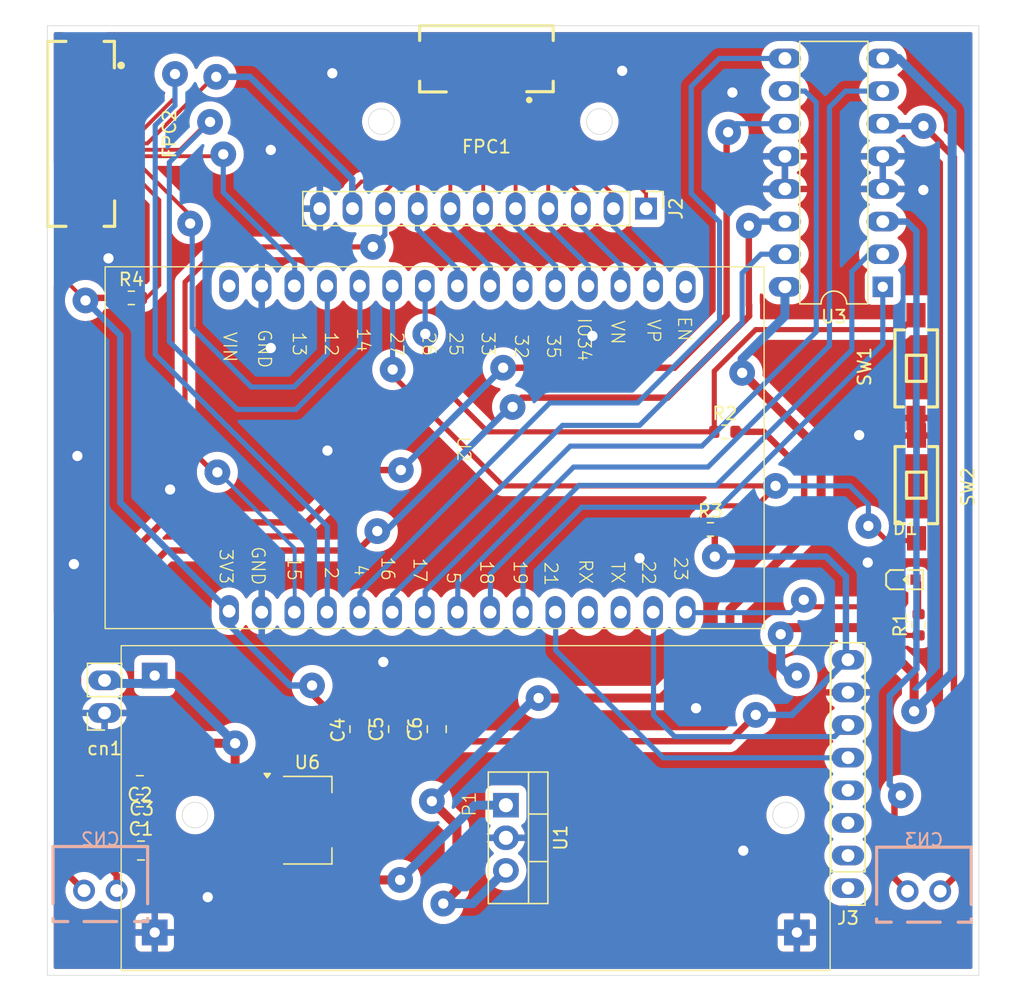
<source format=kicad_pcb>
(kicad_pcb (version 20240108) (generator "pcbnew") (generator_version "8.0")
  (layers (0 "F.Cu" signal) (31 "B.Cu" signal) (34 "B.Paste" user) (35 "F.Paste" user) (36 "B.SilkS" user "B.Silkscreen") (37 "F.SilkS" user "F.Silkscreen") (38 "B.Mask" user) (39 "F.Mask" user) (44 "Edge.Cuts" user))
  (net 0 "")
  (net 1 "GND")
  (net 2 "+7.5V")
  (net 3 "+3V3")
  (net 4 "Net-(D1-A)")
  (net 6 "/D6")
  (net 7 "/D5")
  (net 8 "/D1")
  (net 9 "/D3")
  (net 10 "/D2")
  (net 11 "/D8")
  (net 12 "/D4")
  (net 13 "/D7")
  (net 14 "/CLK")
  (net 17 "/RS")
  (net 18 "/LEDA")
  (net 20 "/MOSI")
  (net 22 "/CS")
  (net 24 "+12V")
  (net 29 "/SDA")
  (net 30 "/SCL")
  (net 31 "/BIN2")
  (net 32 "/PWMA")
  (net 33 "/AIN1")
  (net 34 "/AIN2")
  (net 35 "/BIN1")
  (net 36 "/PWMB")
  (net 37 "/LED")
  (net 38 "/SW1")
  (net 39 "/SW2")
  (net 40 "/EN")
  (net 41 "/TXD")
  (net 42 "/RXD")
  (net 44 "+5V")
  (net 45 "/MR1")
  (net 46 "/ML1")
  (net 47 "/ML2")
  (net 48 "/MR2")
  (footprint "Package_DIP:DIP-16_W7.62mm" (layer "F.Cu") (at 171.04 85.18 180)
    (property "Reference" "U3")
    (property "Value" "L293D")
  )
  (footprint "Resistor_SMD:R_0603_1608Metric" (layer "F.Cu") (at 157.62 104.07)
    (property "Reference" "R3")
    (property "Value" "10K")
  )
  (footprint "Resistor_SMD:R_0603_1608Metric" (layer "F.Cu") (at 158.745 96.47)
    (property "Reference" "R2")
    (property "Value" "10K")
  )
  (footprint "easyeda2kicad:SW-SMD_L6.0-W3.3-LS8.0" (layer "F.Cu") (at 173.67 100.76 -90)
    (property "Reference" "SW2")
    (property "Value" "SW_Push")
  )
  (footprint "Connector_PinHeader_2.54mm:PinHeader_1x11_P2.54mm_Vertical" (layer "F.Cu") (at 152.61 79.09 -90)
    (property "Reference" "J2")
    (property "Value" "Conn_01x11_Pin")
  )
  (footprint "Capacitor_SMD:C_0805_2012Metric" (layer "F.Cu") (at 133.3 119.62 90)
    (property "Reference" "C5")
    (property "Value" "100nF")
  )
  (footprint "Capacitor_SMD:C_0805_2012Metric" (layer "F.Cu") (at 113.19 126.4)
    (property "Reference" "C2")
    (property "Value" "33pF")
  )
  (footprint "Capacitor_SMD:C_0805_2012Metric" (layer "F.Cu") (at 136.31 119.62 90)
    (property "Reference" "C6")
    (property "Value" "33pF")
  )
  (footprint "easyeda2kicad:SW-SMD_L6.0-W3.3-LS8.0" (layer "F.Cu") (at 173.62 91.39 90)
    (property "Reference" "SW1")
    (property "Value" "SW_Push")
  )
  (footprint "Package_TO_SOT_THT:TO-220-3_Vertical" (layer "F.Cu") (at 141.695 125.54 -90)
    (property "Reference" "U1")
    (property "Value" "LM7805_TO220")
  )
  (footprint "Resistor_SMD:R_0603_1608Metric" (layer "F.Cu") (at 173.83 111.495 90)
    (property "Reference" "R1")
    (property "Value" "R")
  )
  (footprint "symbols_footprint:buck_boost converter" (layer "F.Cu") (at 139.35 125.45 90)
    (property "Reference" "P1")
    (property "Value" "~")
  )
  (footprint "easyeda2kicad:FPC-SMD_12P-P0.50_FPC-05F-12PH20" (layer "F.Cu") (at 140.18 68.985 180)
    (property "Reference" "FPC1")
    (property "Value" "FPC-05F-12PH20")
  )
  (footprint "Package_TO_SOT_SMD:SOT-223-3_TabPin2" (layer "F.Cu") (at 126.24 126.71)
    (property "Reference" "U6")
    (property "Value" "AMS1117-3.3")
  )
  (footprint "Capacitor_SMD:C_0805_2012Metric" (layer "F.Cu") (at 113.28 129.07)
    (property "Reference" "C1")
    (property "Value" "100nF")
  )
  (footprint "Connector_PinSocket_2.54mm:PinSocket_1x02_P2.54mm_Vertical" (layer "F.Cu") (at 110.445 118.36 180)
    (property "Reference" "cn1")
    (property "Value" "~")
  )
  (footprint "symbols_footprint:esp32 dev board" (layer "F.Cu") (at 137.92 97.81 -90)
    (property "Reference" "U2")
    (property "Value" "ESP32-WROOM-32E-N8R2")
  )
  (footprint "Capacitor_SMD:C_0805_2012Metric" (layer "F.Cu") (at 113.19 123.98)
    (property "Reference" "C3")
    (property "Value" "10uF")
  )
  (footprint "easyeda2kicad:LED0603-RD" (layer "F.Cu") (at 172.79 107.98)
    (property "Reference" "D1")
    (property "Value" "LED")
  )
  (footprint "Connector_PinHeader_2.54mm:PinHeader_1x08_P2.54mm_Vertical" (layer "F.Cu") (at 168.33 132 180)
    (property "Reference" "J3")
    (property "Value" "Conn_01x08_Pin")
  )
  (footprint "Capacitor_SMD:C_0805_2012Metric" (layer "F.Cu") (at 130.29 119.62 90)
    (property "Reference" "C4")
    (property "Value" "10uF")
  )
  (footprint "easyeda2kicad:FPC-SMD_20P-P0.50_XUNPU_FPC-05F-20PH20" (layer "F.Cu") (at 110.21 73.27 -90)
    (property "Reference" "FPC2")
    (property "Value" "FPC-05F-20PH20")
  )
  (footprint "Resistor_SMD:R_0603_1608Metric" (layer "F.Cu") (at 112.53 86.04)
    (property "Reference" "R4")
    (property "Value" "10R")
  )
  (footprint "easyeda2kicad:CONN-TH_B2B-XH-A-LF-SN" (layer "B.Cu") (at 110.12 132.19 180)
    (property "Reference" "CN2")
    (property "Value" "B2B-XH-A (LF)(SN)")
  )
  (footprint "easyeda2kicad:CONN-TH_B2B-XH-A-LF-SN" (layer "B.Cu") (at 174.24 132.24 180)
    (property "Reference" "CN3")
    (property "Value" "B2B-XH-A (LF)(SN)")
  )
  (gr_rect (start 111.74 113.12) (end 166.94 138.41) (stroke (width 0.1)) (fill none) (layer "F.SilkS"))
  (gr_rect (start 105.99 64.85) (end 178.52 138.79) (stroke (width 0.05)) (fill none) (layer "Edge.Cuts"))
  (gr_circle (center 163.47 126.31) (end 164.47 126.31) (stroke (width 0.05)) (fill none) (layer "Edge.Cuts"))
  (gr_circle (center 131.99 72.31) (end 132.99 72.31) (stroke (width 0.05)) (fill none) (layer "Edge.Cuts"))
  (gr_circle (center 148.97 72.31) (end 149.97 72.31) (stroke (width 0.05)) (fill none) (layer "Edge.Cuts"))
  (gr_circle (center 117.49 126.31) (end 118.49 126.31) (stroke (width 0.05)) (fill none) (layer "Edge.Cuts"))
  (segment (start 137.43 70.22) (end 136.54 70.22) (width 0.3) (layer "F.Cu") (net 1))
  (segment (start 111.5 76.52) (end 110.29 76.52) (width 0.3) (layer "F.Cu") (net 1))
  (segment (start 110.22 69.51) (end 110.2 69.49) (width 0.3) (layer "F.Cu") (net 1))
  (segment (start 110.27 73.02) (end 111.5 73.02) (width 0.3) (layer "F.Cu") (net 1))
  (segment (start 110.01 72.76) (end 110.27 73.02) (width 0.3) (layer "F.Cu") (net 1))
  (segment (start 111.52 72.52) (end 110.25 72.52) (width 0.3) (layer "F.Cu") (net 1))
  (segment (start 110.29 76.52) (end 110.26 76.49) (width 0.3) (layer "F.Cu") (net 1))
  (segment (start 112.01 77.51) (end 110.47 77.51) (width 0.3) (layer "F.Cu") (net 1))
  (segment (start 112.01 69.51) (end 110.22 69.51) (width 0.3) (layer "F.Cu") (net 1))
  (segment (start 110.47 77.51) (end 110.46 77.52) (width 0.3) (layer "F.Cu") (net 1))
  (segment (start 136.53 70.23) (end 136.54 70.22) (width 0.3) (layer "F.Cu") (net 1))
  (segment (start 110.26 76.1) (end 110.34 76.02) (width 0.3) (layer "F.Cu") (net 1))
  (segment (start 110.34 76.02) (end 111.5 76.02) (width 0.3) (layer "F.Cu") (net 1))
  (segment (start 114.23 126.49) (end 114.14 126.4) (width 0.4) (layer "F.Cu") (net 1))
  (segment (start 110.25 72.52) (end 110.01 72.76) (width 0.3) (layer "F.Cu") (net 1))
  (segment (start 114.23 129.07) (end 114.23 126.49) (width 0.4) (layer "F.Cu") (net 1))
  (segment (start 110.26 76.49) (end 110.26 76.1) (width 0.3) (layer "F.Cu") (net 1))
  (segment (start 110.2 69.49) (end 110.49 69.49) (width 0.3) (layer "F.Cu") (net 1))
  (segment (start 110.49 69.49) (end 110.52 69.52) (width 0.3) (layer "F.Cu") (net 1))
  (via (at 174.2 77.64) (size 2) (drill 0.8) (layers "F.Cu" "B.Cu") (net 1))
  (via (at 128.18 68.55) (size 2) (drill 0.8) (layers "F.Cu" "B.Cu") (net 1))
  (via (at 115.55 100.96) (size 2) (drill 0.8) (layers "F.Cu" "B.Cu") (net 1))
  (via (at 118.48 132.7) (size 2) (drill 0.8) (layers "F.Cu" "B.Cu") (net 1))
  (via (at 148.43 89) (size 2) (drill 0.8) (layers "F.Cu" "B.Cu") (net 1))
  (via (at 169.2 96.73) (size 2) (drill 0.8) (layers "F.Cu" "B.Cu") (net 1))
  (via (at 123.39 74.52) (size 2) (drill 0.8) (layers "F.Cu" "B.Cu") (net 1))
  (via (at 127.8 97.93) (size 2) (drill 0.8) (layers "F.Cu" "B.Cu") (net 1))
  (via (at 132.15 114.39) (size 2) (drill 0.8) (layers "F.Cu" "B.Cu") (net 1))
  (via (at 159.33 70.05) (size 2) (drill 0.8) (layers "F.Cu" "B.Cu") (net 1))
  (via (at 152.1 106.3) (size 2) (drill 0.8) (layers "F.Cu" "B.Cu") (net 1))
  (via (at 160.18 129.08) (size 2) (drill 0.8) (layers "F.Cu" "B.Cu") (net 1))
  (via (at 108.06 106.77) (size 2) (drill 0.8) (layers "F.Cu" "B.Cu") (net 1))
  (via (at 110.75 82.96) (size 2) (drill 0.8) (layers "F.Cu" "B.Cu") (net 1))
  (via (at 169.87 106.65) (size 2) (drill 0.8) (layers "F.Cu" "B.Cu") (net 1))
  (via (at 156.5 117.99) (size 2) (drill 0.8) (layers "F.Cu" "B.Cu") (net 1))
  (via (at 123.39 89.94) (size 2) (drill 0.8) (layers "F.Cu" "B.Cu") (net 1))
  (via (at 108.33 98.35) (size 2) (drill 0.8) (layers "F.Cu" "B.Cu") (net 1))
  (via (at 150.75 68.36) (size 2) (drill 0.8) (layers "F.Cu" "B.Cu") (net 1))
  (segment (start 120.61 120.72) (end 120.61 127.53) (width 0.7) (layer "F.Cu") (net 2))
  (segment (start 112.24 123.98) (end 112.24 123.13) (width 0.7) (layer "F.Cu") (net 2))
  (segment (start 122.09 129.01) (end 123.09 129.01) (width 0.7) (layer "F.Cu") (net 2))
  (segment (start 114.65 120.72) (end 120.61 120.72) (width 0.7) (layer "F.Cu") (net 2))
  (segment (start 112.24 123.13) (end 114.65 120.72) (width 0.7) (layer "F.Cu") (net 2))
  (segment (start 112.24 128.98) (end 112.33 129.07) (width 0.7) (layer "F.Cu") (net 2))
  (segment (start 123.09 129.01) (end 125.44 131.36) (width 0.7) (layer "F.Cu") (net 2))
  (segment (start 112.24 126.4) (end 112.24 128.98) (width 0.7) (layer "F.Cu") (net 2))
  (segment (start 125.44 131.36) (end 133.46 131.36) (width 0.7) (layer "F.Cu") (net 2))
  (segment (start 120.61 127.53) (end 122.09 129.01) (width 0.7) (layer "F.Cu") (net 2))
  (segment (start 112.24 123.98) (end 112.24 126.4) (width 0.7) (layer "F.Cu") (net 2))
  (via (at 120.61 120.72) (size 2) (drill 0.8) (layers "F.Cu" "B.Cu") (net 2))
  (via (at 133.46 131.36) (size 2) (drill 0.8) (layers "F.Cu" "B.Cu") (net 2))
  (segment (start 110.445 115.82) (end 110.565 115.7) (width 0.7) (layer "B.Cu") (net 2))
  (segment (start 110.685 116.06) (end 110.445 115.82) (width 0.7) (layer "B.Cu") (net 2))
  (segment (start 139.28 125.54) (end 141.695 125.54) (width 0.7) (layer "B.Cu") (net 2))
  (segment (start 115.95 116.06) (end 110.685 116.06) (width 0.7) (layer "B.Cu") (net 2))
  (segment (start 133.46 131.36) (end 139.28 125.54) (width 0.7) (layer "B.Cu") (net 2))
  (segment (start 120.61 120.72) (end 115.95 116.06) (width 0.7) (layer "B.Cu") (net 2))
  (segment (start 110.565 115.7) (end 111.195 115.7) (width 0.7) (layer "B.Cu") (net 2))
  (segment (start 164.92 101.92) (end 164.92 99.63) (width 0.5) (layer "F.Cu") (net 3))
  (segment (start 161.15 118.51) (end 159.1 120.56) (width 0.5) (layer "F.Cu") (net 3))
  (segment (start 152.61 77.91) (end 152.61 79.09) (width 0.3) (layer "F.Cu") (net 3))
  (segment (start 133.3 120.57) (end 136.31 120.57) (width 0.5) (layer "F.Cu") (net 3))
  (segment (start 137.93 70.22) (end 137.93 71.05) (width 0.3) (layer "F.Cu") (net 3))
  (segment (start 139.1 67.71) (end 141.33 67.71) (width 0.3) (layer "F.Cu") (net 3))
  (segment (start 129.75 77.69) (end 129.75 79.29) (width 0.3) (layer "F.Cu") (net 3))
  (segment (start 109.16 86.04) (end 111.855 86.04) (width 0.5) (layer "F.Cu") (net 3))
  (segment (start 130.27 125.83) (end 130.27 120.59) (width 0.7) (layer "F.Cu") (net 3))
  (segment (start 157.96 104.555) (end 158.445 104.07) (width 0.5) (layer "F.Cu") (net 3))
  (segment (start 142.43 71.05) (end 146.99 75.61) (width 0.3) (layer "F.Cu") (net 3))
  (segment (start 137.93 68.88) (end 139.1 67.71) (width 0.3) (layer "F.Cu") (net 3))
  (segment (start 129.39 126.71) (end 130.27 125.83) (width 0.7) (layer "F.Cu") (net 3))
  (segment (start 112.01 74.01) (end 109.31 74.01) (width 0.3) (layer "F.Cu") (net 3))
  (segment (start 150.31 75.61) (end 152.61 77.91) (width 0.3) (layer "F.Cu") (net 3))
  (segment (start 161.76 96.47) (end 159.57 96.47) (width 0.5) (layer "F.Cu") (net 3))
  (segment (start 132 76.98) (end 130.46 76.98) (width 0.3) (layer "F.Cu") (net 3))
  (segment (start 108.96 86.24) (end 109.16 86.04) (width 0.5) (layer "F.Cu") (net 3))
  (segment (start 118.96 68.83) (end 113.78 74.01) (width 0.3) (layer "F.Cu") (net 3))
  (segment (start 146.99 75.61) (end 150.31 75.61) (width 0.3) (layer "F.Cu") (net 3))
  (segment (start 107.18 76.14) (end 107.18 84.46) (width 0.3) (layer "F.Cu") (net 3))
  (segment (start 130.29 120.57) (end 133.3 120.57) (width 0.5) (layer "F.Cu") (net 3))
  (segment (start 113.78 74.01) (end 112.01 74.01) (width 0.3) (layer "F.Cu") (net 3))
  (segment (start 137.93 70.22) (end 137.93 68.88) (width 0.3) (layer "F.Cu") (net 3))
  (segment (start 137.93 71.05) (end 132 76.98) (width 0.3) (layer "F.Cu") (net 3))
  (segment (start 159.1 120.56) (end 143.355 120.56) (width 0.5) (layer "F.Cu") (net 3))
  (segment (start 126.6 116.88) (end 130.29 120.57) (width 0.5) (layer "F.Cu") (net 3))
  (segment (start 158.445 104.07) (end 162.77 104.07) (width 0.5) (layer "F.Cu") (net 3))
  (segment (start 143.355 120.56) (end 143.345 120.57) (width 0.5) (layer "F.Cu") (net 3))
  (segment (start 109.31 74.01) (end 107.18 76.14) (width 0.3) (layer "F.Cu") (net 3))
  (segment (start 143.345 120.57) (end 136.31 120.57) (width 0.5) (layer "F.Cu") (net 3))
  (segment (start 130.27 120.59) (end 130.29 120.57) (width 0.7) (layer "F.Cu") (net 3))
  (segment (start 141.33 67.71) (end 142.43 68.81) (width 0.3) (layer "F.Cu") (net 3))
  (segment (start 157.96 106.19) (end 157.96 104.555) (width 0.5) (layer "F.Cu") (net 3))
  (segment (start 119.14 68.83) (end 118.96 68.83) (width 0.3) (layer "F.Cu") (net 3))
  (segment (start 107.18 84.46) (end 108.96 86.24) (width 0.3) (layer "F.Cu") (net 3))
  (segment (start 142.43 68.81) (end 142.43 70.22) (width 0.3) (layer "F.Cu") (net 3))
  (segment (start 126.6 116.22) (end 126.6 116.88) (width 0.5) (layer "F.Cu") (net 3))
  (segment (start 162.77 104.07) (end 164.92 101.92) (width 0.5) (layer "F.Cu") (net 3))
  (segment (start 130.46 76.98) (end 129.75 77.69) (width 0.3) (layer "F.Cu") (net 3))
  (segment (start 164.92 99.63) (end 161.76 96.47) (width 0.5) (layer "F.Cu") (net 3))
  (segment (start 142.43 70.275) (end 142.43 71.05) (width 0.3) (layer "F.Cu") (net 3))
  (segment (start 123.09 126.71) (end 129.39 126.71) (width 0.7) (layer "F.Cu") (net 3))
  (via (at 157.96 106.19) (size 2) (drill 0.8) (layers "F.Cu" "B.Cu") (net 3))
  (via (at 119.14 68.83) (size 2) (drill 0.8) (layers "F.Cu" "B.Cu") (net 3))
  (via (at 108.96 86.24) (size 2) (drill 0.8) (layers "F.Cu" "B.Cu") (net 3))
  (via (at 126.6 116.22) (size 2) (drill 0.8) (layers "F.Cu" "B.Cu") (net 3))
  (via (at 161.15 118.51) (size 2) (drill 0.8) (layers "F.Cu" "B.Cu") (net 3))
  (segment (start 152.88 78.64) (end 152.59 78.93) (width 0.5) (layer "B.Cu") (net 3))
  (segment (start 126.6 116.22) (end 124.89 116.22) (width 0.5) (layer "B.Cu") (net 3))
  (segment (start 124.89 116.22) (end 120.17 111.5) (width 0.5) (layer "B.Cu") (net 3))
  (segment (start 111.67 88.95) (end 108.96 86.24) (width 0.5) (layer "B.Cu") (net 3))
  (segment (start 163.96 118.51) (end 168.17 114.3) (width 0.5) (layer "B.Cu") (net 3))
  (segment (start 121.76 68.83) (end 119.14 68.83) (width 0.5) (layer "B.Cu") (net 3))
  (segment (start 111.67 101.975) (end 111.67 88.95) (width 0.5) (layer "B.Cu") (net 3))
  (segment (start 166.63 106.18) (end 157.96 106.18) (width 0.5) (layer "B.Cu") (net 3))
  (segment (start 168.17 107.72) (end 166.63 106.18) (width 0.5) (layer "B.Cu") (net 3))
  (segment (start 161.15 118.51) (end 163.96 118.51) (width 0.5) (layer "B.Cu") (net 3))
  (segment (start 129.73 76.8) (end 121.76 68.83) (width 0.5) (layer "B.Cu") (net 3))
  (segment (start 120.17 111.5) (end 120.17 110.475) (width 0.5) (layer "B.Cu") (net 3))
  (segment (start 129.73 78.93) (end 129.73 76.8) (width 0.5) (layer "B.Cu") (net 3))
  (segment (start 168.17 114.3) (end 168.17 107.72) (width 0.5) (layer "B.Cu") (net 3))
  (segment (start 120.17 110.475) (end 111.67 101.975) (width 0.5) (layer "B.Cu") (net 3))
  (segment (start 157.96 106.18) (end 157.96 106.19) (width 0.5) (layer "B.Cu") (net 3))
  (segment (start 173.83 110.67) (end 173.83 108.22) (width 0.4) (layer "F.Cu") (net 4))
  (segment (start 173.83 108.22) (end 173.59 107.98) (width 0.4) (layer "F.Cu") (net 4))
  (segment (start 140.93 72.41) (end 144.99 76.47) (width 0.3) (layer "F.Cu") (net 6))
  (segment (start 144.99 76.47) (end 144.99 79.29) (width 0.3) (layer "F.Cu") (net 6))
  (segment (start 140.93 70.22) (end 140.93 72.41) (width 0.3) (layer "F.Cu") (net 6))
  (segment (start 144.97 80.43) (end 148.11 83.57) (width 0.4) (layer "B.Cu") (net 6))
  (segment (start 144.97 78.93) (end 144.97 80.43) (width 0.4) (layer "B.Cu") (net 6))
  (segment (start 148.11 83.57) (end 148.11 85.15) (width 0.4) (layer "B.Cu") (net 6))
  (segment (start 142.45 74.92) (end 142.45 79.29) (width 0.3) (layer "F.Cu") (net 7))
  (segment (start 140.43 70.22) (end 140.43 72.9) (width 0.3) (layer "F.Cu") (net 7))
  (segment (start 140.43 72.9) (end 142.45 74.92) (width 0.3) (layer "F.Cu") (net 7))
  (segment (start 142.43 80.43) (end 145.57 83.57) (width 0.4) (layer "B.Cu") (net 7))
  (segment (start 145.57 83.57) (end 145.57 85.15) (width 0.4) (layer "B.Cu") (net 7))
  (segment (start 142.43 78.93) (end 142.43 80.43) (width 0.4) (layer "B.Cu") (net 7))
  (segment (start 132.29 77.78) (end 132.29 79.29) (width 0.3) (layer "F.Cu") (net 8))
  (segment (start 138.43 71.64) (end 132.29 77.78) (width 0.3) (layer "F.Cu") (net 8))
  (segment (start 118.93 99.62) (end 116.71 97.4) (width 0.4) (layer "F.Cu") (net 8))
  (segment (start 125.43 110.55) (end 125.25 110.55) (width 0.3) (layer "F.Cu") (net 8))
  (segment (start 119.45 82.07) (end 131.34 82.07) (width 0.4) (layer "F.Cu") (net 8))
  (segment (start 138.43 70.22) (end 138.43 71.64) (width 0.3) (layer "F.Cu") (net 8))
  (segment (start 119.23 99.62) (end 118.93 99.62) (width 0.4) (layer "F.Cu") (net 8))
  (segment (start 116.71 84.81) (end 119.45 82.07) (width 0.4) (layer "F.Cu") (net 8))
  (segment (start 116.71 97.4) (end 116.71 84.81) (width 0.4) (layer "F.Cu") (net 8))
  (via (at 131.34 82.07) (size 2) (drill 0.8) (layers "F.Cu" "B.Cu") (net 8))
  (via (at 119.23 99.62) (size 2) (drill 0.8) (layers "F.Cu" "B.Cu") (net 8))
  (segment (start 132.27 81.14) (end 131.34 82.07) (width 0.4) (layer "B.Cu") (net 8))
  (segment (start 125.25 105.56) (end 125.25 110.55) (width 0.3) (layer "B.Cu") (net 8))
  (segment (start 119.23 99.62) (end 119.31 99.62) (width 0.3) (layer "B.Cu") (net 8))
  (segment (start 132.27 78.93) (end 132.27 81.14) (width 0.4) (layer "B.Cu") (net 8))
  (segment (start 119.31 99.62) (end 125.25 105.56) (width 0.3) (layer "B.Cu") (net 8))
  (segment (start 137.37 74.71) (end 137.37 79.29) (width 0.3) (layer "F.Cu") (net 9))
  (segment (start 139.43 70.22) (end 139.43 72.65) (width 0.3) (layer "F.Cu") (net 9))
  (segment (start 139.43 72.65) (end 137.37 74.71) (width 0.3) (layer "F.Cu") (net 9))
  (segment (start 137.35 78.93) (end 137.35 80.49) (width 0.4) (layer "B.Cu") (net 9))
  (segment (start 137.35 80.49) (end 140.49 83.63) (width 0.4) (layer "B.Cu") (net 9))
  (segment (start 140.49 83.63) (end 140.49 85.15) (width 0.4) (layer "B.Cu") (net 9))
  (segment (start 134.83 76.19) (end 134.83 79.29) (width 0.3) (layer "F.Cu") (net 10))
  (segment (start 138.93 70.22) (end 138.93 72.09) (width 0.3) (layer "F.Cu") (net 10))
  (segment (start 138.93 72.09) (end 134.83 76.19) (width 0.3) (layer "F.Cu") (net 10))
  (segment (start 134.81 80.69) (end 137.95 83.83) (width 0.4) (layer "B.Cu") (net 10))
  (segment (start 134.81 78.93) (end 134.81 80.69) (width 0.4) (layer "B.Cu") (net 10))
  (segment (start 137.95 83.83) (end 137.95 85.15) (width 0.4) (layer "B.Cu") (net 10))
  (segment (start 150.07 78.02) (end 150.07 79.29) (width 0.3) (layer "F.Cu") (net 11))
  (segment (start 148.45 76.4) (end 150.07 78.02) (width 0.3) (layer "F.Cu") (net 11))
  (segment (start 146.87 76.4) (end 148.45 76.4) (width 0.3) (layer "F.Cu") (net 11))
  (segment (start 141.93 70.22) (end 141.93 71.46) (width 0.3) (layer "F.Cu") (net 11))
  (segment (start 141.93 71.46) (end 146.87 76.4) (width 0.3) (layer "F.Cu") (net 11))
  (segment (start 150.05 78.93) (end 150.05 80.43) (width 0.4) (layer "B.Cu") (net 11))
  (segment (start 153.19 83.57) (end 153.19 85.15) (width 0.4) (layer "B.Cu") (net 11))
  (segment (start 150.05 80.43) (end 153.19 83.57) (width 0.4) (layer "B.Cu") (net 11))
  (segment (start 139.93 79.27) (end 139.91 79.29) (width 0.3) (layer "F.Cu") (net 12))
  (segment (start 139.93 70.22) (end 139.93 79.27) (width 0.3) (layer "F.Cu") (net 12))
  (segment (start 139.91 79.09) (end 139.91 80.46) (width 0.4) (layer "B.Cu") (net 12))
  (segment (start 139.91 80.46) (end 143.03 83.58) (width 0.4) (layer "B.Cu") (net 12))
  (segment (start 143.03 83.58) (end 143.03 85.15) (width 0.4) (layer "B.Cu") (net 12))
  (segment (start 147.53 77.97) (end 147.53 79.29) (width 0.3) (layer "F.Cu") (net 13))
  (segment (start 141.43 71.87) (end 147.53 77.97) (width 0.3) (layer "F.Cu") (net 13))
  (segment (start 141.43 70.22) (end 141.43 71.87) (width 0.3) (layer "F.Cu") (net 13))
  (segment (start 147.51 78.93) (end 147.51 80.37) (width 0.4) (layer "B.Cu") (net 13))
  (segment (start 150.65 83.51) (end 150.65 85.15) (width 0.4) (layer "B.Cu") (net 13))
  (segment (start 147.51 80.37) (end 150.65 83.51) (width 0.4) (layer "B.Cu") (net 13))
  (segment (start 118.49 72.34) (end 116.32 74.51) (width 0.3) (layer "F.Cu") (net 14))
  (segment (start 116.32 74.51) (end 112.01 74.51) (width 0.3) (layer "F.Cu") (net 14))
  (segment (start 118.66 72.34) (end 118.49 72.34) (width 0.3) (layer "F.Cu") (net 14))
  (via (at 118.66 72.34) (size 2) (drill 0.8) (layers "F.Cu" "B.Cu") (net 14))
  (segment (start 120.78 94.73) (end 125.34 94.73) (width 0.4) (layer "B.Cu") (net 14))
  (segment (start 115.49 75.49) (end 115.49 89.44) (width 0.4) (layer "B.Cu") (net 14))
  (segment (start 118.66 72.34) (end 118.64 72.34) (width 0.4) (layer "B.Cu") (net 14))
  (segment (start 125.34 94.73) (end 130.33 89.74) (width 0.4) (layer "B.Cu") (net 14))
  (segment (start 130.33 89.74) (end 130.33 85.15) (width 0.4) (layer "B.Cu") (net 14))
  (segment (start 115.49 89.44) (end 120.78 94.73) (width 0.4) (layer "B.Cu") (net 14))
  (segment (start 118.64 72.34) (end 115.49 75.49) (width 0.4) (layer "B.Cu") (net 14))
  (segment (start 117.11 79.61) (end 113.01 75.51) (width 0.3) (layer "F.Cu") (net 17))
  (segment (start 113.01 75.51) (end 111.97 75.51) (width 0.3) (layer "F.Cu") (net 17))
  (segment (start 117.11 80.25) (end 117.11 79.61) (width 0.3) (layer "F.Cu") (net 17))
  (via (at 117.11 80.25) (size 2) (drill 0.8) (layers "F.Cu" "B.Cu") (net 17))
  (segment (start 117.27 88.38) (end 121.87 92.98) (width 0.4) (layer "B.Cu") (net 17))
  (segment (start 121.87 92.98) (end 125.19 92.98) (width 0.4) (layer "B.Cu") (net 17))
  (segment (start 117.27 80.41) (end 117.27 88.38) (width 0.4) (layer "B.Cu") (net 17))
  (segment (start 117.11 80.25) (end 117.27 80.41) (width 0.4) (layer "B.Cu") (net 17))
  (segment (start 125.19 92.98) (end 127.79 90.38) (width 0.4) (layer "B.Cu") (net 17))
  (segment (start 127.79 90.38) (end 127.79 85.15) (width 0.4) (layer "B.Cu") (net 17))
  (segment (start 114.71 78.42) (end 113.3 77.01) (width 0.3) (layer "F.Cu") (net 18))
  (segment (start 113.505 86.04) (end 113.72 86.04) (width 0.3) (layer "F.Cu") (net 18))
  (segment (start 114.71 85.05) (end 114.71 78.42) (width 0.3) (layer "F.Cu") (net 18))
  (segment (start 113.72 86.04) (end 114.71 85.05) (width 0.3) (layer "F.Cu") (net 18))
  (segment (start 113.3 77.01) (end 112.01 77.01) (width 0.3) (layer "F.Cu") (net 18))
  (segment (start 119.69 74.86) (end 119.54 75.01) (width 0.3) (layer "F.Cu") (net 20))
  (segment (start 119.54 75.01) (end 112.01 75.01) (width 0.3) (layer "F.Cu") (net 20))
  (via (at 119.69 74.86) (size 2) (drill 0.8) (layers "F.Cu" "B.Cu") (net 20))
  (segment (start 125.25 83.38) (end 125.25 85.15) (width 0.4) (layer "B.Cu") (net 20))
  (segment (start 119.69 74.86) (end 119.69 77.82) (width 0.4) (layer "B.Cu") (net 20))
  (segment (start 119.69 77.82) (end 125.25 83.38) (width 0.4) (layer "B.Cu") (net 20))
  (segment (start 115.93 70.45) (end 112.87 73.51) (width 0.3) (layer "F.Cu") (net 22))
  (segment (start 112.87 73.51) (end 112.01 73.51) (width 0.3) (layer "F.Cu") (net 22))
  (segment (start 115.93 68.61) (end 115.93 70.45) (width 0.3) (layer "F.Cu") (net 22))
  (via (at 115.93 68.61) (size 2) (drill 0.8) (layers "F.Cu" "B.Cu") (net 22))
  (segment (start 115.93 71.06) (end 114.39 72.6) (width 0.4) (layer "B.Cu") (net 22))
  (segment (start 114.39 72.6) (end 114.39 90.44) (width 0.4) (layer "B.Cu") (net 22))
  (segment (start 115.93 68.61) (end 115.93 71.06) (width 0.4) (layer "B.Cu") (net 22))
  (segment (start 127.79 103.84) (end 127.79 110.55) (width 0.4) (layer "B.Cu") (net 22))
  (segment (start 114.39 90.44) (end 127.79 103.84) (width 0.4) (layer "B.Cu") (net 22))
  (segment (start 169.825 111.715) (end 173.48 115.37) (width 0.7) (layer "F.Cu") (net 24))
  (segment (start 173.48 115.37) (end 173.48 118.23) (width 0.7) (layer "F.Cu") (net 24))
  (segment (start 163.605 111.715) (end 169.825 111.715) (width 0.7) (layer "F.Cu") (net 24))
  (segment (start 163.09 112.23) (end 163.605 111.715) (width 0.7) (layer "F.Cu") (net 24))
  (via (at 163.09 112.23) (size 2) (drill 0.8) (layers "F.Cu" "B.Cu") (net 24))
  (via (at 173.48 118.23) (size 2) (drill 0.8) (layers "F.Cu" "B.Cu") (net 24))
  (segment (start 176.04 115.67) (end 176.04 115.64) (width 0.7) (layer "B.Cu") (net 24))
  (segment (start 176.44 115.24) (end 176.44 71.57) (width 0.7) (layer "B.Cu") (net 24))
  (segment (start 163.09 112.23) (end 163.09 114.77) (width 0.7) (layer "B.Cu") (net 24))
  (segment (start 173.48 118.23) (end 176.04 115.67) (width 0.7) (layer "B.Cu") (net 24))
  (segment (start 163.09 114.77) (end 164.39 116.07) (width 0.7) (layer "B.Cu") (net 24))
  (segment (start 176.04 115.64) (end 176.44 115.24) (width 0.7) (layer "B.Cu") (net 24))
  (segment (start 176.44 71.57) (end 172.27 67.4) (width 0.7) (layer "B.Cu") (net 24))
  (segment (start 172.27 67.4) (end 171.04 67.4) (width 0.7) (layer "B.Cu") (net 24))
  (segment (start 145.57 110.55) (end 145.57 113.48) (width 0.4) (layer "B.Cu") (net 29))
  (segment (start 145.57 113.48) (end 153.94 121.85) (width 0.4) (layer "B.Cu") (net 29))
  (segment (start 153.94 121.85) (end 168.17 121.85) (width 0.4) (layer "B.Cu") (net 29))
  (segment (start 153.19 110.55) (end 153.19 118.55) (width 0.4) (layer "B.Cu") (net 30))
  (segment (start 167.28 120.2) (end 168.17 119.31) (width 0.4) (layer "B.Cu") (net 30))
  (segment (start 154.84 120.2) (end 167.28 120.2) (width 0.4) (layer "B.Cu") (net 30))
  (segment (start 153.19 118.55) (end 154.84 120.2) (width 0.4) (layer "B.Cu") (net 30))
  (segment (start 152.1 95.97) (end 160.09 87.98) (width 0.4) (layer "B.Cu") (net 31))
  (segment (start 132.87 110.55) (end 132.87 109.2) (width 0.4) (layer "B.Cu") (net 31))
  (segment (start 146.1 95.97) (end 152.1 95.97) (width 0.4) (layer "B.Cu") (net 31))
  (segment (start 161.56 82.64) (end 163.42 82.64) (width 0.4) (layer "B.Cu") (net 31))
  (segment (start 160.09 87.98) (end 160.09 84.11) (width 0.4) (layer "B.Cu") (net 31))
  (segment (start 132.87 109.2) (end 146.1 95.97) (width 0.4) (layer "B.Cu") (net 31))
  (segment (start 160.09 84.11) (end 161.56 82.64) (width 0.4) (layer "B.Cu") (net 31))
  (segment (start 147.59 102.34) (end 158.35 102.34) (width 0.4) (layer "B.Cu") (net 32))
  (segment (start 143.03 110.55) (end 143.03 106.9) (width 0.4) (layer "B.Cu") (net 32))
  (segment (start 171.04 89.65) (end 171.04 85.18) (width 0.4) (layer "B.Cu") (net 32))
  (segment (start 158.35 102.34) (end 171.04 89.65) (width 0.4) (layer "B.Cu") (net 32))
  (segment (start 143.03 106.9) (end 147.59 102.34) (width 0.4) (layer "B.Cu") (net 32))
  (segment (start 166.89 71.19) (end 168.14 69.94) (width 0.4) (layer "B.Cu") (net 33))
  (segment (start 168.14 69.94) (end 171.04 69.94) (width 0.4) (layer "B.Cu") (net 33))
  (segment (start 146.97 99.21) (end 157.43 99.21) (width 0.4) (layer "B.Cu") (net 33))
  (segment (start 137.95 110.55) (end 137.95 108.23) (width 0.4) (layer "B.Cu") (net 33))
  (segment (start 157.43 99.21) (end 166.89 89.75) (width 0.4) (layer "B.Cu") (net 33))
  (segment (start 166.89 89.75) (end 166.89 71.19) (width 0.4) (layer "B.Cu") (net 33))
  (segment (start 137.95 108.23) (end 146.97 99.21) (width 0.4) (layer "B.Cu") (net 33))
  (segment (start 140.49 107.53) (end 147.38 100.64) (width 0.4) (layer "B.Cu") (net 34))
  (segment (start 147.38 100.64) (end 158.08 100.64) (width 0.4) (layer "B.Cu") (net 34))
  (segment (start 168.63 90.09) (end 168.63 83.99) (width 0.4) (layer "B.Cu") (net 34))
  (segment (start 169.98 82.64) (end 171.04 82.64) (width 0.4) (layer "B.Cu") (net 34))
  (segment (start 158.08 100.64) (end 168.63 90.09) (width 0.4) (layer "B.Cu") (net 34))
  (segment (start 168.63 83.99) (end 169.98 82.64) (width 0.4) (layer "B.Cu") (net 34))
  (segment (start 140.49 110.55) (end 140.49 107.53) (width 0.4) (layer "B.Cu") (net 34))
  (segment (start 146.71 97.58) (end 156.96 97.58) (width 0.4) (layer "B.Cu") (net 35))
  (segment (start 165.86 70.82) (end 164.98 69.94) (width 0.4) (layer "B.Cu") (net 35))
  (segment (start 156.96 97.58) (end 165.86 88.68) (width 0.4) (layer "B.Cu") (net 35))
  (segment (start 165.86 88.68) (end 165.86 70.82) (width 0.4) (layer "B.Cu") (net 35))
  (segment (start 164.98 69.94) (end 163.42 69.94) (width 0.4) (layer "B.Cu") (net 35))
  (segment (start 135.41 108.88) (end 146.71 97.58) (width 0.4) (layer "B.Cu") (net 35))
  (segment (start 135.41 110.55) (end 135.41 108.88) (width 0.4) (layer "B.Cu") (net 35))
  (segment (start 156.12 69.59) (end 158.31 67.4) (width 0.4) (layer "B.Cu") (net 36))
  (segment (start 158.31 67.4) (end 163.42 67.4) (width 0.4) (layer "B.Cu") (net 36))
  (segment (start 130.33 110.55) (end 130.33 109) (width 0.4) (layer "B.Cu") (net 36))
  (segment (start 151.94 94.22) (end 158.33 87.83) (width 0.4) (layer "B.Cu") (net 36))
  (segment (start 156.12 77.91) (end 156.12 69.59) (width 0.4) (layer "B.Cu") (net 36))
  (segment (start 158.33 87.83) (end 158.33 80.12) (width 0.4) (layer "B.Cu") (net 36))
  (segment (start 130.33 109) (end 145.11 94.22) (width 0.4) (layer "B.Cu") (net 36))
  (segment (start 145.11 94.22) (end 151.94 94.22) (width 0.4) (layer "B.Cu") (net 36))
  (segment (start 158.33 80.12) (end 156.12 77.91) (width 0.4) (layer "B.Cu") (net 36))
  (segment (start 165.43 110.09) (end 170.65 110.09) (width 0.4) (layer "F.Cu") (net 37))
  (segment (start 170.65 110.09) (end 172.88 112.32) (width 0.4) (layer "F.Cu") (net 37))
  (segment (start 172.88 112.32) (end 173.83 112.32) (width 0.4) (layer "F.Cu") (net 37))
  (segment (start 164.89 109.55) (end 165.43 110.09) (width 0.4) (layer "F.Cu") (net 37))
  (via (at 164.89 109.55) (size 2) (drill 0.8) (layers "F.Cu" "B.Cu") (net 37))
  (segment (start 164.89 109.55) (end 163.89 110.55) (width 0.4) (layer "B.Cu") (net 37))
  (segment (start 163.89 110.55) (end 155.73 110.55) (width 0.4) (layer "B.Cu") (net 37))
  (segment (start 157.92 91.74) (end 161.15 88.51) (width 0.4) (layer "F.Cu") (net 38))
  (segment (start 172.5 88.51) (end 173.62 87.39) (width 0.4) (layer "F.Cu") (net 38))
  (segment (start 135.42 91.61) (end 140.28 96.47) (width 0.4) (layer "F.Cu") (net 38))
  (segment (start 161.15 88.51) (end 172.5 88.51) (width 0.4) (layer "F.Cu") (net 38))
  (segment (start 135.42 88.845) (end 135.42 91.61) (width 0.4) (layer "F.Cu") (net 38))
  (segment (start 157.92 96.47) (end 157.92 91.74) (width 0.4) (layer "F.Cu") (net 38))
  (segment (start 140.28 96.47) (end 157.92 96.47) (width 0.4) (layer "F.Cu") (net 38))
  (via (at 135.42 88.845) (size 2) (drill 0.8) (layers "F.Cu" "B.Cu") (net 38))
  (segment (start 135.41 88.835) (end 135.41 85.15) (width 0.4) (layer "B.Cu") (net 38))
  (segment (start 135.42 88.845) (end 135.41 88.835) (width 0.3) (layer "B.Cu") (net 38))
  (segment (start 162.69 100.77) (end 162.69 100.68) (width 0.4) (layer "F.Cu") (net 39))
  (segment (start 157.89 102.23) (end 161.23 102.23) (width 0.4) (layer "F.Cu") (net 39))
  (segment (start 132.88 92.08) (end 141.48 100.68) (width 0.4) (layer "F.Cu") (net 39))
  (segment (start 173.49 104.94) (end 173.67 104.76) (width 0.4) (layer "F.Cu") (net 39))
  (segment (start 161.23 102.23) (end 162.69 100.77) (width 0.4) (layer "F.Cu") (net 39))
  (segment (start 170.2 103.8) (end 171.34 104.94) (width 0.4) (layer "F.Cu") (net 39))
  (segment (start 169.92 103.8) (end 170.2 103.8) (width 0.4) (layer "F.Cu") (net 39))
  (segment (start 156.795 104.07) (end 156.795 103.325) (width 0.4) (layer "F.Cu") (net 39))
  (segment (start 132.88 91.62) (end 132.88 92.08) (width 0.4) (layer "F.Cu") (net 39))
  (segment (start 156.795 103.325) (end 157.89 102.23) (width 0.4) (layer "F.Cu") (net 39))
  (segment (start 171.34 104.94) (end 173.49 104.94) (width 0.4) (layer "F.Cu") (net 39))
  (segment (start 141.48 100.68) (end 162.69 100.68) (width 0.4) (layer "F.Cu") (net 39))
  (via (at 169.92 103.8) (size 2) (drill 0.8) (layers "F.Cu" "B.Cu") (net 39))
  (via (at 162.69 100.68) (size 2) (drill 0.8) (layers "F.Cu" "B.Cu") (net 39))
  (via (at 132.88 91.62) (size 2) (drill 0.8) (layers "F.Cu" "B.Cu") (net 39))
  (segment (start 132.88 91.62) (end 132.87 91.61) (width 0.3) (layer "B.Cu") (net 39))
  (segment (start 169.92 102.12) (end 168.48 100.68) (width 0.4) (layer "B.Cu") (net 39))
  (segment (start 132.87 91.61) (end 132.87 85.15) (width 0.4) (layer "B.Cu") (net 39))
  (segment (start 168.48 100.68) (end 162.69 100.68) (width 0.4) (layer "B.Cu") (net 39))
  (segment (start 169.92 103.8) (end 169.92 102.12) (width 0.4) (layer "B.Cu") (net 39))
  (segment (start 159.14 110.29) (end 166.24 103.19) (width 0.7) (layer "F.Cu") (net 44))
  (segment (start 137.88 132.14) (end 137.88 127.18) (width 0.7) (layer "F.Cu") (net 44))
  (segment (start 153.8 117.2) (end 159.14 111.86) (width 0.7) (layer "F.Cu") (net 44))
  (segment (start 144.24 117.2) (end 153.8 117.2) (width 0.7) (layer "F.Cu") (net 44))
  (segment (start 159.14 111.86) (end 159.14 110.29) (width 0.7) (layer "F.Cu") (net 44))
  (segment (start 136.82 133.2) (end 137.88 132.14) (width 0.7) (layer "F.Cu") (net 44))
  (segment (start 137.88 127.18) (end 135.93 125.23) (width 0.7) (layer "F.Cu") (net 44))
  (segment (start 166.24 103.19) (end 166.24 98.03) (width 0.7) (layer "F.Cu") (net 44))
  (segment (start 166.24 98.03) (end 160.09005 91.88005) (width 0.7) (layer "F.Cu") (net 44))
  (via (at 144.24 117.2) (size 2) (drill 0.8) (layers "F.Cu" "B.Cu") (net 44))
  (via (at 136.82 133.2) (size 2) (drill 0.8) (layers "F.Cu" "B.Cu") (net 44))
  (via (at 160.09005 91.88005) (size 2) (drill 0.8) (layers "F.Cu" "B.Cu") (net 44))
  (via (at 135.93 125.23) (size 2) (drill 0.8) (layers "F.Cu" "B.Cu") (net 44))
  (segment (start 160.09005 91.88005) (end 160.09005 90.78995) (width 0.7) (layer "B.Cu") (net 44))
  (segment (start 136.82 133.2) (end 139.115 133.2) (width 0.7) (layer "B.Cu") (net 44))
  (segment (start 143.96 117.2) (end 135.93 125.23) (width 0.7) (layer "B.Cu") (net 44))
  (segment (start 163.42 87.46) (end 163.42 85.18) (width 0.7) (layer "B.Cu") (net 44))
  (segment (start 139.115 133.2) (end 141.695 130.62) (width 0.7) (layer "B.Cu") (net 44))
  (segment (start 160.09005 90.78995) (end 163.42 87.46) (width 0.7) (layer "B.Cu") (net 44))
  (segment (start 144.24 117.2) (end 143.96 117.2) (width 0.7) (layer "B.Cu") (net 44))
  (segment (start 171.95 125.27) (end 171.95 131.22) (width 0.5) (layer "F.Cu") (net 45))
  (segment (start 172.44 124.78) (end 171.95 125.27) (width 0.5) (layer "F.Cu") (net 45))
  (segment (start 171.95 131.22) (end 172.97 132.24) (width 0.5) (layer "F.Cu") (net 45))
  (via (at 172.44 124.78) (size 2) (drill 0.8) (layers "F.Cu" "B.Cu") (net 45))
  (segment (start 172.44 124.78) (end 171.58 123.92) (width 0.5) (layer "B.Cu") (net 45))
  (segment (start 171.58 123.92) (end 171.58 117.01) (width 0.5) (layer "B.Cu") (net 45))
  (segment (start 173.66 114.93) (end 173.66 80.86) (width 0.5) (layer "B.Cu") (net 45))
  (segment (start 172.9 80.1) (end 171.04 80.1) (width 0.5) (layer "B.Cu") (net 45))
  (segment (start 171.58 117.01) (end 173.66 114.93) (width 0.5) (layer "B.Cu") (net 45))
  (segment (start 173.66 80.86) (end 172.9 80.1) (width 0.5) (layer "B.Cu") (net 45))
  (segment (start 158.88 73.26) (end 158.88 87.41) (width 0.5) (layer "F.Cu") (net 46))
  (segment (start 133.515 99.445) (end 130.265 99.445) (width 0.5) (layer "F.Cu") (net 46))
  (segment (start 107.17 130.51) (end 108.85 132.19) (width 0.5) (layer "F.Cu") (net 46))
  (segment (start 154.81 91.48) (end 141.48 91.48) (width 0.5) (layer "F.Cu") (net 46))
  (segment (start 158.88 87.41) (end 154.81 91.48) (width 0.5) (layer "F.Cu") (net 46))
  (segment (start 130.265 99.445) (end 126.19 103.52) (width 0.5) (layer "F.Cu") (net 46))
  (segment (start 107.17 111.28) (end 107.17 130.51) (width 0.5) (layer "F.Cu") (net 46))
  (segment (start 159 73.14) (end 158.88 73.26) (width 0.5) (layer "F.Cu") (net 46))
  (segment (start 114.93 103.52) (end 107.17 111.28) (width 0.5) (layer "F.Cu") (net 46))
  (segment (start 126.19 103.52) (end 114.93 103.52) (width 0.5) (layer "F.Cu") (net 46))
  (via (at 159 73.14) (size 2) (drill 0.8) (layers "F.Cu" "B.Cu") (net 46))
  (via (at 141.48 91.48) (size 2) (drill 0.8) (layers "F.Cu" "B.Cu") (net 46))
  (via (at 133.515 99.445) (size 2) (drill 0.8) (layers "F.Cu" "B.Cu") (net 46))
  (segment (start 163.42 72.48) (end 159.66 72.48) (width 0.4) (layer "B.Cu") (net 46))
  (segment (start 159.66 72.48) (end 159 73.14) (width 0.4) (layer "B.Cu") (net 46))
  (segment (start 133.515 99.445) (end 141.48 91.48) (width 0.5) (layer "B.Cu") (net 46))
  (segment (start 154.27 93.81) (end 160.63 87.45) (width 0.5) (layer "F.Cu") (net 47))
  (segment (start 160.63 87.45) (end 160.63 86.619238) (width 0.5) (layer "F.Cu") (net 47))
  (segment (start 131.68 104.2) (end 130.17 105.71) (width 0.5) (layer "F.Cu") (net 47))
  (segment (start 130.17 105.71) (end 115.26 105.71) (width 0.5) (layer "F.Cu") (net 47))
  (segment (start 160.63 86.619238) (end 160.61 86.599238) (width 0.5) (layer "F.Cu") (net 47))
  (segment (start 108.38 112.59) (end 108.38 127.97) (width 0.5) (layer "F.Cu") (net 47))
  (segment (start 142.94 93.81) (end 154.27 93.81) (width 0.5) (layer "F.Cu") (net 47))
  (segment (start 111.39 130.98) (end 111.39 132.19) (width 0.5) (layer "F.Cu") (net 47))
  (segment (start 115.26 105.71) (end 108.38 112.59) (width 0.5) (layer "F.Cu") (net 47))
  (segment (start 160.61 86.599238) (end 160.61 80.42) (width 0.5) (layer "F.Cu") (net 47))
  (segment (start 142.215 94.535) (end 142.94 93.81) (width 0.5) (layer "F.Cu") (net 47))
  (segment (start 108.38 127.97) (end 111.39 130.98) (width 0.5) (layer "F.Cu") (net 47))
  (via (at 160.61 80.42) (size 2) (drill 0.8) (layers "F.Cu" "B.Cu") (net 47))
  (via (at 131.68 104.2) (size 2) (drill 0.8) (layers "F.Cu" "B.Cu") (net 47))
  (via (at 142.215 94.535) (size 2) (drill 0.8) (layers "F.Cu" "B.Cu") (net 47))
  (segment (start 131.62 104.26) (end 131.68 104.2) (width 0.5) (layer "B.Cu") (net 47))
  (segment (start 160.93 80.1) (end 160.61 80.42) (width 0.5) (layer "B.Cu") (net 47))
  (segment (start 163.42 80.1) (end 160.93 80.1) (width 0.5) (layer "B.Cu") (net 47))
  (segment (start 142.215 94.535) (end 142.005 94.535) (width 0.5) (layer "B.Cu") (net 47))
  (segment (start 132.28 104.26) (end 131.62 104.26) (width 0.5) (layer "B.Cu") (net 47))
  (segment (start 142.005 94.535) (end 132.28 104.26) (width 0.5) (layer "B.Cu") (net 47))
  (segment (start 175.51 132.24) (end 176.58 131.17) (width 0.5) (layer "F.Cu") (net 48))
  (segment (start 176.58 75.09) (end 175.56 74.07) (width 0.5) (layer "F.Cu") (net 48))
  (segment (start 175.56 74.01) (end 174.21 72.66) (width 0.5) (layer "F.Cu") (net 48))
  (segment (start 175.56 74.07) (end 175.56 74.01) (width 0.5) (layer "F.Cu") (net 48))
  (segment (start 176.58 131.17) (end 176.58 75.09) (width 0.5) (layer "F.Cu") (net 48))
  (via (at 174.21 72.66) (size 2) (drill 0.8) (layers "F.Cu" "B.Cu") (net 48))
  (segment (start 174.21 72.66) (end 171.22 72.66) (width 0.5) (layer "B.Cu") (net 48))
  (segment (start 171.22 72.66) (end 171.04 72.48) (width 0.5) (layer "B.Cu") (net 48))
  (zone (net 1) (net_name "GND") (layers "F&B.Cu") (connect_pads (clearance 0.6)) (min_thickness 0.25) (fill yes (thermal_gap 0.5) (thermal_bridge_width 0.5))
    (polygon (pts (xy 104.87 64.13) (xy 178.39 64.23) (xy 178.32 139.34) (xy 104.55 139.24)))
  )
)
</source>
